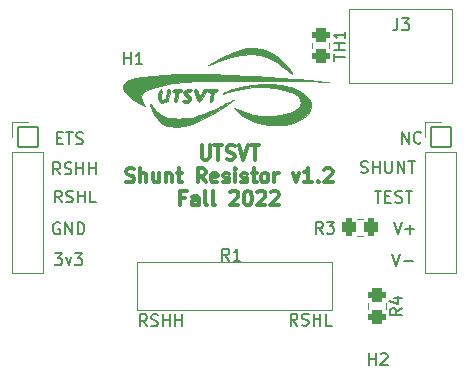
<source format=gto>
G04 #@! TF.GenerationSoftware,KiCad,Pcbnew,(6.0.4)*
G04 #@! TF.CreationDate,2023-02-04T14:28:24-06:00*
G04 #@! TF.ProjectId,BPS-ShuntResistor,4250532d-5368-4756-9e74-526573697374,rev?*
G04 #@! TF.SameCoordinates,Original*
G04 #@! TF.FileFunction,Legend,Top*
G04 #@! TF.FilePolarity,Positive*
%FSLAX46Y46*%
G04 Gerber Fmt 4.6, Leading zero omitted, Abs format (unit mm)*
G04 Created by KiCad (PCBNEW (6.0.4)) date 2023-02-04 14:28:24*
%MOMM*%
%LPD*%
G01*
G04 APERTURE LIST*
G04 Aperture macros list*
%AMRoundRect*
0 Rectangle with rounded corners*
0 $1 Rounding radius*
0 $2 $3 $4 $5 $6 $7 $8 $9 X,Y pos of 4 corners*
0 Add a 4 corners polygon primitive as box body*
4,1,4,$2,$3,$4,$5,$6,$7,$8,$9,$2,$3,0*
0 Add four circle primitives for the rounded corners*
1,1,$1+$1,$2,$3*
1,1,$1+$1,$4,$5*
1,1,$1+$1,$6,$7*
1,1,$1+$1,$8,$9*
0 Add four rect primitives between the rounded corners*
20,1,$1+$1,$2,$3,$4,$5,0*
20,1,$1+$1,$4,$5,$6,$7,0*
20,1,$1+$1,$6,$7,$8,$9,0*
20,1,$1+$1,$8,$9,$2,$3,0*%
G04 Aperture macros list end*
%ADD10C,0.200000*%
%ADD11C,0.300000*%
%ADD12C,0.150000*%
%ADD13C,0.120000*%
%ADD14C,0.010000*%
%ADD15RoundRect,0.050000X-0.850000X-0.850000X0.850000X-0.850000X0.850000X0.850000X-0.850000X0.850000X0*%
%ADD16O,1.800000X1.800000*%
%ADD17RoundRect,0.300000X0.262500X0.450000X-0.262500X0.450000X-0.262500X-0.450000X0.262500X-0.450000X0*%
%ADD18C,2.800000*%
%ADD19RoundRect,0.300000X-0.450000X0.262500X-0.450000X-0.262500X0.450000X-0.262500X0.450000X0.262500X0*%
%ADD20C,2.128000*%
%ADD21C,2.400000*%
G04 APERTURE END LIST*
D10*
X140364761Y-123357380D02*
X140031428Y-122881190D01*
X139793333Y-123357380D02*
X139793333Y-122357380D01*
X140174285Y-122357380D01*
X140269523Y-122405000D01*
X140317142Y-122452619D01*
X140364761Y-122547857D01*
X140364761Y-122690714D01*
X140317142Y-122785952D01*
X140269523Y-122833571D01*
X140174285Y-122881190D01*
X139793333Y-122881190D01*
X140745714Y-123309761D02*
X140888571Y-123357380D01*
X141126666Y-123357380D01*
X141221904Y-123309761D01*
X141269523Y-123262142D01*
X141317142Y-123166904D01*
X141317142Y-123071666D01*
X141269523Y-122976428D01*
X141221904Y-122928809D01*
X141126666Y-122881190D01*
X140936190Y-122833571D01*
X140840952Y-122785952D01*
X140793333Y-122738333D01*
X140745714Y-122643095D01*
X140745714Y-122547857D01*
X140793333Y-122452619D01*
X140840952Y-122405000D01*
X140936190Y-122357380D01*
X141174285Y-122357380D01*
X141317142Y-122405000D01*
X141745714Y-123357380D02*
X141745714Y-122357380D01*
X141745714Y-122833571D02*
X142317142Y-122833571D01*
X142317142Y-123357380D02*
X142317142Y-122357380D01*
X143269523Y-123357380D02*
X142793333Y-123357380D01*
X142793333Y-122357380D01*
X119809523Y-117257380D02*
X120428571Y-117257380D01*
X120095238Y-117638333D01*
X120238095Y-117638333D01*
X120333333Y-117685952D01*
X120380952Y-117733571D01*
X120428571Y-117828809D01*
X120428571Y-118066904D01*
X120380952Y-118162142D01*
X120333333Y-118209761D01*
X120238095Y-118257380D01*
X119952380Y-118257380D01*
X119857142Y-118209761D01*
X119809523Y-118162142D01*
X120761904Y-117590714D02*
X121000000Y-118257380D01*
X121238095Y-117590714D01*
X121523809Y-117257380D02*
X122142857Y-117257380D01*
X121809523Y-117638333D01*
X121952380Y-117638333D01*
X122047619Y-117685952D01*
X122095238Y-117733571D01*
X122142857Y-117828809D01*
X122142857Y-118066904D01*
X122095238Y-118162142D01*
X122047619Y-118209761D01*
X121952380Y-118257380D01*
X121666666Y-118257380D01*
X121571428Y-118209761D01*
X121523809Y-118162142D01*
X145751904Y-110394761D02*
X145894761Y-110442380D01*
X146132857Y-110442380D01*
X146228095Y-110394761D01*
X146275714Y-110347142D01*
X146323333Y-110251904D01*
X146323333Y-110156666D01*
X146275714Y-110061428D01*
X146228095Y-110013809D01*
X146132857Y-109966190D01*
X145942380Y-109918571D01*
X145847142Y-109870952D01*
X145799523Y-109823333D01*
X145751904Y-109728095D01*
X145751904Y-109632857D01*
X145799523Y-109537619D01*
X145847142Y-109490000D01*
X145942380Y-109442380D01*
X146180476Y-109442380D01*
X146323333Y-109490000D01*
X146751904Y-110442380D02*
X146751904Y-109442380D01*
X146751904Y-109918571D02*
X147323333Y-109918571D01*
X147323333Y-110442380D02*
X147323333Y-109442380D01*
X147799523Y-109442380D02*
X147799523Y-110251904D01*
X147847142Y-110347142D01*
X147894761Y-110394761D01*
X147990000Y-110442380D01*
X148180476Y-110442380D01*
X148275714Y-110394761D01*
X148323333Y-110347142D01*
X148370952Y-110251904D01*
X148370952Y-109442380D01*
X148847142Y-110442380D02*
X148847142Y-109442380D01*
X149418571Y-110442380D01*
X149418571Y-109442380D01*
X149751904Y-109442380D02*
X150323333Y-109442380D01*
X150037619Y-110442380D02*
X150037619Y-109442380D01*
X120008571Y-107478571D02*
X120341904Y-107478571D01*
X120484761Y-108002380D02*
X120008571Y-108002380D01*
X120008571Y-107002380D01*
X120484761Y-107002380D01*
X120770476Y-107002380D02*
X121341904Y-107002380D01*
X121056190Y-108002380D02*
X121056190Y-107002380D01*
X121627619Y-107954761D02*
X121770476Y-108002380D01*
X122008571Y-108002380D01*
X122103809Y-107954761D01*
X122151428Y-107907142D01*
X122199047Y-107811904D01*
X122199047Y-107716666D01*
X122151428Y-107621428D01*
X122103809Y-107573809D01*
X122008571Y-107526190D01*
X121818095Y-107478571D01*
X121722857Y-107430952D01*
X121675238Y-107383333D01*
X121627619Y-107288095D01*
X121627619Y-107192857D01*
X121675238Y-107097619D01*
X121722857Y-107050000D01*
X121818095Y-107002380D01*
X122056190Y-107002380D01*
X122199047Y-107050000D01*
X120404761Y-112932380D02*
X120071428Y-112456190D01*
X119833333Y-112932380D02*
X119833333Y-111932380D01*
X120214285Y-111932380D01*
X120309523Y-111980000D01*
X120357142Y-112027619D01*
X120404761Y-112122857D01*
X120404761Y-112265714D01*
X120357142Y-112360952D01*
X120309523Y-112408571D01*
X120214285Y-112456190D01*
X119833333Y-112456190D01*
X120785714Y-112884761D02*
X120928571Y-112932380D01*
X121166666Y-112932380D01*
X121261904Y-112884761D01*
X121309523Y-112837142D01*
X121357142Y-112741904D01*
X121357142Y-112646666D01*
X121309523Y-112551428D01*
X121261904Y-112503809D01*
X121166666Y-112456190D01*
X120976190Y-112408571D01*
X120880952Y-112360952D01*
X120833333Y-112313333D01*
X120785714Y-112218095D01*
X120785714Y-112122857D01*
X120833333Y-112027619D01*
X120880952Y-111980000D01*
X120976190Y-111932380D01*
X121214285Y-111932380D01*
X121357142Y-111980000D01*
X121785714Y-112932380D02*
X121785714Y-111932380D01*
X121785714Y-112408571D02*
X122357142Y-112408571D01*
X122357142Y-112932380D02*
X122357142Y-111932380D01*
X123309523Y-112932380D02*
X122833333Y-112932380D01*
X122833333Y-111932380D01*
X146904761Y-111952380D02*
X147476190Y-111952380D01*
X147190476Y-112952380D02*
X147190476Y-111952380D01*
X147809523Y-112428571D02*
X148142857Y-112428571D01*
X148285714Y-112952380D02*
X147809523Y-112952380D01*
X147809523Y-111952380D01*
X148285714Y-111952380D01*
X148666666Y-112904761D02*
X148809523Y-112952380D01*
X149047619Y-112952380D01*
X149142857Y-112904761D01*
X149190476Y-112857142D01*
X149238095Y-112761904D01*
X149238095Y-112666666D01*
X149190476Y-112571428D01*
X149142857Y-112523809D01*
X149047619Y-112476190D01*
X148857142Y-112428571D01*
X148761904Y-112380952D01*
X148714285Y-112333333D01*
X148666666Y-112238095D01*
X148666666Y-112142857D01*
X148714285Y-112047619D01*
X148761904Y-112000000D01*
X148857142Y-111952380D01*
X149095238Y-111952380D01*
X149238095Y-112000000D01*
X149523809Y-111952380D02*
X150095238Y-111952380D01*
X149809523Y-112952380D02*
X149809523Y-111952380D01*
X149214285Y-107952380D02*
X149214285Y-106952380D01*
X149785714Y-107952380D01*
X149785714Y-106952380D01*
X150833333Y-107857142D02*
X150785714Y-107904761D01*
X150642857Y-107952380D01*
X150547619Y-107952380D01*
X150404761Y-107904761D01*
X150309523Y-107809523D01*
X150261904Y-107714285D01*
X150214285Y-107523809D01*
X150214285Y-107380952D01*
X150261904Y-107190476D01*
X150309523Y-107095238D01*
X150404761Y-107000000D01*
X150547619Y-106952380D01*
X150642857Y-106952380D01*
X150785714Y-107000000D01*
X150833333Y-107047619D01*
X120238095Y-114680000D02*
X120142857Y-114632380D01*
X120000000Y-114632380D01*
X119857142Y-114680000D01*
X119761904Y-114775238D01*
X119714285Y-114870476D01*
X119666666Y-115060952D01*
X119666666Y-115203809D01*
X119714285Y-115394285D01*
X119761904Y-115489523D01*
X119857142Y-115584761D01*
X120000000Y-115632380D01*
X120095238Y-115632380D01*
X120238095Y-115584761D01*
X120285714Y-115537142D01*
X120285714Y-115203809D01*
X120095238Y-115203809D01*
X120714285Y-115632380D02*
X120714285Y-114632380D01*
X121285714Y-115632380D01*
X121285714Y-114632380D01*
X121761904Y-115632380D02*
X121761904Y-114632380D01*
X122000000Y-114632380D01*
X122142857Y-114680000D01*
X122238095Y-114775238D01*
X122285714Y-114870476D01*
X122333333Y-115060952D01*
X122333333Y-115203809D01*
X122285714Y-115394285D01*
X122238095Y-115489523D01*
X122142857Y-115584761D01*
X122000000Y-115632380D01*
X121761904Y-115632380D01*
X127620714Y-123407380D02*
X127287380Y-122931190D01*
X127049285Y-123407380D02*
X127049285Y-122407380D01*
X127430238Y-122407380D01*
X127525476Y-122455000D01*
X127573095Y-122502619D01*
X127620714Y-122597857D01*
X127620714Y-122740714D01*
X127573095Y-122835952D01*
X127525476Y-122883571D01*
X127430238Y-122931190D01*
X127049285Y-122931190D01*
X128001666Y-123359761D02*
X128144523Y-123407380D01*
X128382619Y-123407380D01*
X128477857Y-123359761D01*
X128525476Y-123312142D01*
X128573095Y-123216904D01*
X128573095Y-123121666D01*
X128525476Y-123026428D01*
X128477857Y-122978809D01*
X128382619Y-122931190D01*
X128192142Y-122883571D01*
X128096904Y-122835952D01*
X128049285Y-122788333D01*
X128001666Y-122693095D01*
X128001666Y-122597857D01*
X128049285Y-122502619D01*
X128096904Y-122455000D01*
X128192142Y-122407380D01*
X128430238Y-122407380D01*
X128573095Y-122455000D01*
X129001666Y-123407380D02*
X129001666Y-122407380D01*
X129001666Y-122883571D02*
X129573095Y-122883571D01*
X129573095Y-123407380D02*
X129573095Y-122407380D01*
X130049285Y-123407380D02*
X130049285Y-122407380D01*
X130049285Y-122883571D02*
X130620714Y-122883571D01*
X130620714Y-123407380D02*
X130620714Y-122407380D01*
D11*
X132257142Y-108110857D02*
X132257142Y-109082285D01*
X132314285Y-109196571D01*
X132371428Y-109253714D01*
X132485714Y-109310857D01*
X132714285Y-109310857D01*
X132828571Y-109253714D01*
X132885714Y-109196571D01*
X132942857Y-109082285D01*
X132942857Y-108110857D01*
X133342857Y-108110857D02*
X134028571Y-108110857D01*
X133685714Y-109310857D02*
X133685714Y-108110857D01*
X134371428Y-109253714D02*
X134542857Y-109310857D01*
X134828571Y-109310857D01*
X134942857Y-109253714D01*
X135000000Y-109196571D01*
X135057142Y-109082285D01*
X135057142Y-108968000D01*
X135000000Y-108853714D01*
X134942857Y-108796571D01*
X134828571Y-108739428D01*
X134600000Y-108682285D01*
X134485714Y-108625142D01*
X134428571Y-108568000D01*
X134371428Y-108453714D01*
X134371428Y-108339428D01*
X134428571Y-108225142D01*
X134485714Y-108168000D01*
X134600000Y-108110857D01*
X134885714Y-108110857D01*
X135057142Y-108168000D01*
X135400000Y-108110857D02*
X135800000Y-109310857D01*
X136200000Y-108110857D01*
X136428571Y-108110857D02*
X137114285Y-108110857D01*
X136771428Y-109310857D02*
X136771428Y-108110857D01*
X125857142Y-111185714D02*
X126028571Y-111242857D01*
X126314285Y-111242857D01*
X126428571Y-111185714D01*
X126485714Y-111128571D01*
X126542857Y-111014285D01*
X126542857Y-110900000D01*
X126485714Y-110785714D01*
X126428571Y-110728571D01*
X126314285Y-110671428D01*
X126085714Y-110614285D01*
X125971428Y-110557142D01*
X125914285Y-110500000D01*
X125857142Y-110385714D01*
X125857142Y-110271428D01*
X125914285Y-110157142D01*
X125971428Y-110100000D01*
X126085714Y-110042857D01*
X126371428Y-110042857D01*
X126542857Y-110100000D01*
X127057142Y-111242857D02*
X127057142Y-110042857D01*
X127571428Y-111242857D02*
X127571428Y-110614285D01*
X127514285Y-110500000D01*
X127400000Y-110442857D01*
X127228571Y-110442857D01*
X127114285Y-110500000D01*
X127057142Y-110557142D01*
X128657142Y-110442857D02*
X128657142Y-111242857D01*
X128142857Y-110442857D02*
X128142857Y-111071428D01*
X128200000Y-111185714D01*
X128314285Y-111242857D01*
X128485714Y-111242857D01*
X128600000Y-111185714D01*
X128657142Y-111128571D01*
X129228571Y-110442857D02*
X129228571Y-111242857D01*
X129228571Y-110557142D02*
X129285714Y-110500000D01*
X129400000Y-110442857D01*
X129571428Y-110442857D01*
X129685714Y-110500000D01*
X129742857Y-110614285D01*
X129742857Y-111242857D01*
X130142857Y-110442857D02*
X130600000Y-110442857D01*
X130314285Y-110042857D02*
X130314285Y-111071428D01*
X130371428Y-111185714D01*
X130485714Y-111242857D01*
X130600000Y-111242857D01*
X132600000Y-111242857D02*
X132200000Y-110671428D01*
X131914285Y-111242857D02*
X131914285Y-110042857D01*
X132371428Y-110042857D01*
X132485714Y-110100000D01*
X132542857Y-110157142D01*
X132600000Y-110271428D01*
X132600000Y-110442857D01*
X132542857Y-110557142D01*
X132485714Y-110614285D01*
X132371428Y-110671428D01*
X131914285Y-110671428D01*
X133571428Y-111185714D02*
X133457142Y-111242857D01*
X133228571Y-111242857D01*
X133114285Y-111185714D01*
X133057142Y-111071428D01*
X133057142Y-110614285D01*
X133114285Y-110500000D01*
X133228571Y-110442857D01*
X133457142Y-110442857D01*
X133571428Y-110500000D01*
X133628571Y-110614285D01*
X133628571Y-110728571D01*
X133057142Y-110842857D01*
X134085714Y-111185714D02*
X134200000Y-111242857D01*
X134428571Y-111242857D01*
X134542857Y-111185714D01*
X134600000Y-111071428D01*
X134600000Y-111014285D01*
X134542857Y-110900000D01*
X134428571Y-110842857D01*
X134257142Y-110842857D01*
X134142857Y-110785714D01*
X134085714Y-110671428D01*
X134085714Y-110614285D01*
X134142857Y-110500000D01*
X134257142Y-110442857D01*
X134428571Y-110442857D01*
X134542857Y-110500000D01*
X135114285Y-111242857D02*
X135114285Y-110442857D01*
X135114285Y-110042857D02*
X135057142Y-110100000D01*
X135114285Y-110157142D01*
X135171428Y-110100000D01*
X135114285Y-110042857D01*
X135114285Y-110157142D01*
X135628571Y-111185714D02*
X135742857Y-111242857D01*
X135971428Y-111242857D01*
X136085714Y-111185714D01*
X136142857Y-111071428D01*
X136142857Y-111014285D01*
X136085714Y-110900000D01*
X135971428Y-110842857D01*
X135800000Y-110842857D01*
X135685714Y-110785714D01*
X135628571Y-110671428D01*
X135628571Y-110614285D01*
X135685714Y-110500000D01*
X135800000Y-110442857D01*
X135971428Y-110442857D01*
X136085714Y-110500000D01*
X136485714Y-110442857D02*
X136942857Y-110442857D01*
X136657142Y-110042857D02*
X136657142Y-111071428D01*
X136714285Y-111185714D01*
X136828571Y-111242857D01*
X136942857Y-111242857D01*
X137514285Y-111242857D02*
X137400000Y-111185714D01*
X137342857Y-111128571D01*
X137285714Y-111014285D01*
X137285714Y-110671428D01*
X137342857Y-110557142D01*
X137400000Y-110500000D01*
X137514285Y-110442857D01*
X137685714Y-110442857D01*
X137800000Y-110500000D01*
X137857142Y-110557142D01*
X137914285Y-110671428D01*
X137914285Y-111014285D01*
X137857142Y-111128571D01*
X137800000Y-111185714D01*
X137685714Y-111242857D01*
X137514285Y-111242857D01*
X138428571Y-111242857D02*
X138428571Y-110442857D01*
X138428571Y-110671428D02*
X138485714Y-110557142D01*
X138542857Y-110500000D01*
X138657142Y-110442857D01*
X138771428Y-110442857D01*
X139971428Y-110442857D02*
X140257142Y-111242857D01*
X140542857Y-110442857D01*
X141628571Y-111242857D02*
X140942857Y-111242857D01*
X141285714Y-111242857D02*
X141285714Y-110042857D01*
X141171428Y-110214285D01*
X141057142Y-110328571D01*
X140942857Y-110385714D01*
X142142857Y-111128571D02*
X142200000Y-111185714D01*
X142142857Y-111242857D01*
X142085714Y-111185714D01*
X142142857Y-111128571D01*
X142142857Y-111242857D01*
X142657142Y-110157142D02*
X142714285Y-110100000D01*
X142828571Y-110042857D01*
X143114285Y-110042857D01*
X143228571Y-110100000D01*
X143285714Y-110157142D01*
X143342857Y-110271428D01*
X143342857Y-110385714D01*
X143285714Y-110557142D01*
X142600000Y-111242857D01*
X143342857Y-111242857D01*
X130857142Y-112546285D02*
X130457142Y-112546285D01*
X130457142Y-113174857D02*
X130457142Y-111974857D01*
X131028571Y-111974857D01*
X132000000Y-113174857D02*
X132000000Y-112546285D01*
X131942857Y-112432000D01*
X131828571Y-112374857D01*
X131600000Y-112374857D01*
X131485714Y-112432000D01*
X132000000Y-113117714D02*
X131885714Y-113174857D01*
X131600000Y-113174857D01*
X131485714Y-113117714D01*
X131428571Y-113003428D01*
X131428571Y-112889142D01*
X131485714Y-112774857D01*
X131600000Y-112717714D01*
X131885714Y-112717714D01*
X132000000Y-112660571D01*
X132742857Y-113174857D02*
X132628571Y-113117714D01*
X132571428Y-113003428D01*
X132571428Y-111974857D01*
X133371428Y-113174857D02*
X133257142Y-113117714D01*
X133200000Y-113003428D01*
X133200000Y-111974857D01*
X134685714Y-112089142D02*
X134742857Y-112032000D01*
X134857142Y-111974857D01*
X135142857Y-111974857D01*
X135257142Y-112032000D01*
X135314285Y-112089142D01*
X135371428Y-112203428D01*
X135371428Y-112317714D01*
X135314285Y-112489142D01*
X134628571Y-113174857D01*
X135371428Y-113174857D01*
X136114285Y-111974857D02*
X136228571Y-111974857D01*
X136342857Y-112032000D01*
X136400000Y-112089142D01*
X136457142Y-112203428D01*
X136514285Y-112432000D01*
X136514285Y-112717714D01*
X136457142Y-112946285D01*
X136400000Y-113060571D01*
X136342857Y-113117714D01*
X136228571Y-113174857D01*
X136114285Y-113174857D01*
X136000000Y-113117714D01*
X135942857Y-113060571D01*
X135885714Y-112946285D01*
X135828571Y-112717714D01*
X135828571Y-112432000D01*
X135885714Y-112203428D01*
X135942857Y-112089142D01*
X136000000Y-112032000D01*
X136114285Y-111974857D01*
X136971428Y-112089142D02*
X137028571Y-112032000D01*
X137142857Y-111974857D01*
X137428571Y-111974857D01*
X137542857Y-112032000D01*
X137600000Y-112089142D01*
X137657142Y-112203428D01*
X137657142Y-112317714D01*
X137600000Y-112489142D01*
X136914285Y-113174857D01*
X137657142Y-113174857D01*
X138114285Y-112089142D02*
X138171428Y-112032000D01*
X138285714Y-111974857D01*
X138571428Y-111974857D01*
X138685714Y-112032000D01*
X138742857Y-112089142D01*
X138800000Y-112203428D01*
X138800000Y-112317714D01*
X138742857Y-112489142D01*
X138057142Y-113174857D01*
X138800000Y-113174857D01*
D10*
X148517619Y-114572380D02*
X148850952Y-115572380D01*
X149184285Y-114572380D01*
X149517619Y-115191428D02*
X150279523Y-115191428D01*
X149898571Y-115572380D02*
X149898571Y-114810476D01*
X148417619Y-117302380D02*
X148750952Y-118302380D01*
X149084285Y-117302380D01*
X149417619Y-117921428D02*
X150179523Y-117921428D01*
X120285714Y-110552380D02*
X119952380Y-110076190D01*
X119714285Y-110552380D02*
X119714285Y-109552380D01*
X120095238Y-109552380D01*
X120190476Y-109600000D01*
X120238095Y-109647619D01*
X120285714Y-109742857D01*
X120285714Y-109885714D01*
X120238095Y-109980952D01*
X120190476Y-110028571D01*
X120095238Y-110076190D01*
X119714285Y-110076190D01*
X120666666Y-110504761D02*
X120809523Y-110552380D01*
X121047619Y-110552380D01*
X121142857Y-110504761D01*
X121190476Y-110457142D01*
X121238095Y-110361904D01*
X121238095Y-110266666D01*
X121190476Y-110171428D01*
X121142857Y-110123809D01*
X121047619Y-110076190D01*
X120857142Y-110028571D01*
X120761904Y-109980952D01*
X120714285Y-109933333D01*
X120666666Y-109838095D01*
X120666666Y-109742857D01*
X120714285Y-109647619D01*
X120761904Y-109600000D01*
X120857142Y-109552380D01*
X121095238Y-109552380D01*
X121238095Y-109600000D01*
X121666666Y-110552380D02*
X121666666Y-109552380D01*
X121666666Y-110028571D02*
X122238095Y-110028571D01*
X122238095Y-110552380D02*
X122238095Y-109552380D01*
X122714285Y-110552380D02*
X122714285Y-109552380D01*
X122714285Y-110028571D02*
X123285714Y-110028571D01*
X123285714Y-110552380D02*
X123285714Y-109552380D01*
D12*
X142513333Y-115582380D02*
X142180000Y-115106190D01*
X141941904Y-115582380D02*
X141941904Y-114582380D01*
X142322857Y-114582380D01*
X142418095Y-114630000D01*
X142465714Y-114677619D01*
X142513333Y-114772857D01*
X142513333Y-114915714D01*
X142465714Y-115010952D01*
X142418095Y-115058571D01*
X142322857Y-115106190D01*
X141941904Y-115106190D01*
X142846666Y-114582380D02*
X143465714Y-114582380D01*
X143132380Y-114963333D01*
X143275238Y-114963333D01*
X143370476Y-115010952D01*
X143418095Y-115058571D01*
X143465714Y-115153809D01*
X143465714Y-115391904D01*
X143418095Y-115487142D01*
X143370476Y-115534761D01*
X143275238Y-115582380D01*
X142989523Y-115582380D01*
X142894285Y-115534761D01*
X142846666Y-115487142D01*
X146428095Y-126712380D02*
X146428095Y-125712380D01*
X146428095Y-126188571D02*
X146999523Y-126188571D01*
X146999523Y-126712380D02*
X146999523Y-125712380D01*
X147428095Y-125807619D02*
X147475714Y-125760000D01*
X147570952Y-125712380D01*
X147809047Y-125712380D01*
X147904285Y-125760000D01*
X147951904Y-125807619D01*
X147999523Y-125902857D01*
X147999523Y-125998095D01*
X147951904Y-126140952D01*
X147380476Y-126712380D01*
X147999523Y-126712380D01*
X143437380Y-100940714D02*
X143437380Y-100369285D01*
X144437380Y-100655000D02*
X143437380Y-100655000D01*
X144437380Y-100035952D02*
X143437380Y-100035952D01*
X143913571Y-100035952D02*
X143913571Y-99464523D01*
X144437380Y-99464523D02*
X143437380Y-99464523D01*
X144437380Y-98464523D02*
X144437380Y-99035952D01*
X144437380Y-98750238D02*
X143437380Y-98750238D01*
X143580238Y-98845476D01*
X143675476Y-98940714D01*
X143723095Y-99035952D01*
X125678095Y-101222380D02*
X125678095Y-100222380D01*
X125678095Y-100698571D02*
X126249523Y-100698571D01*
X126249523Y-101222380D02*
X126249523Y-100222380D01*
X127249523Y-101222380D02*
X126678095Y-101222380D01*
X126963809Y-101222380D02*
X126963809Y-100222380D01*
X126868571Y-100365238D01*
X126773333Y-100460476D01*
X126678095Y-100508095D01*
X149202380Y-121879166D02*
X148726190Y-122212500D01*
X149202380Y-122450595D02*
X148202380Y-122450595D01*
X148202380Y-122069642D01*
X148250000Y-121974404D01*
X148297619Y-121926785D01*
X148392857Y-121879166D01*
X148535714Y-121879166D01*
X148630952Y-121926785D01*
X148678571Y-121974404D01*
X148726190Y-122069642D01*
X148726190Y-122450595D01*
X148535714Y-121022023D02*
X149202380Y-121022023D01*
X148154761Y-121260119D02*
X148869047Y-121498214D01*
X148869047Y-120879166D01*
X148830666Y-97357380D02*
X148830666Y-98071666D01*
X148783047Y-98214523D01*
X148687809Y-98309761D01*
X148544952Y-98357380D01*
X148449714Y-98357380D01*
X149211619Y-97357380D02*
X149830666Y-97357380D01*
X149497333Y-97738333D01*
X149640190Y-97738333D01*
X149735428Y-97785952D01*
X149783047Y-97833571D01*
X149830666Y-97928809D01*
X149830666Y-98166904D01*
X149783047Y-98262142D01*
X149735428Y-98309761D01*
X149640190Y-98357380D01*
X149354476Y-98357380D01*
X149259238Y-98309761D01*
X149211619Y-98262142D01*
X134593333Y-117857380D02*
X134260000Y-117381190D01*
X134021904Y-117857380D02*
X134021904Y-116857380D01*
X134402857Y-116857380D01*
X134498095Y-116905000D01*
X134545714Y-116952619D01*
X134593333Y-117047857D01*
X134593333Y-117190714D01*
X134545714Y-117285952D01*
X134498095Y-117333571D01*
X134402857Y-117381190D01*
X134021904Y-117381190D01*
X135545714Y-117857380D02*
X134974285Y-117857380D01*
X135260000Y-117857380D02*
X135260000Y-116857380D01*
X135164761Y-117000238D01*
X135069523Y-117095476D01*
X134974285Y-117143095D01*
D13*
X116195000Y-108690000D02*
X118855000Y-108690000D01*
X116195000Y-108690000D02*
X116195000Y-118910000D01*
X116195000Y-106090000D02*
X117525000Y-106090000D01*
X118855000Y-108690000D02*
X118855000Y-118910000D01*
X116195000Y-118910000D02*
X118855000Y-118910000D01*
X116195000Y-107420000D02*
X116195000Y-106090000D01*
G36*
X130465273Y-103349453D02*
G01*
X130595298Y-103396525D01*
X130622388Y-103462857D01*
X130552104Y-103566366D01*
X130455970Y-103589857D01*
X130350249Y-103621032D01*
X130284050Y-103740533D01*
X130236888Y-103987322D01*
X130233396Y-104013191D01*
X130173920Y-104299032D01*
X130090236Y-104427067D01*
X130053202Y-104436524D01*
X129982307Y-104404555D01*
X129961147Y-104284075D01*
X129983990Y-104038223D01*
X129987388Y-104013191D01*
X130014004Y-103759058D01*
X129998235Y-103631364D01*
X129932980Y-103590933D01*
X129910666Y-103589857D01*
X129793397Y-103525501D01*
X129775721Y-103462857D01*
X129821040Y-103382992D01*
X129977948Y-103343984D01*
X130199054Y-103335857D01*
X130465273Y-103349453D01*
G37*
D14*
X130465273Y-103349453D02*
X130595298Y-103396525D01*
X130622388Y-103462857D01*
X130552104Y-103566366D01*
X130455970Y-103589857D01*
X130350249Y-103621032D01*
X130284050Y-103740533D01*
X130236888Y-103987322D01*
X130233396Y-104013191D01*
X130173920Y-104299032D01*
X130090236Y-104427067D01*
X130053202Y-104436524D01*
X129982307Y-104404555D01*
X129961147Y-104284075D01*
X129983990Y-104038223D01*
X129987388Y-104013191D01*
X130014004Y-103759058D01*
X129998235Y-103631364D01*
X129932980Y-103590933D01*
X129910666Y-103589857D01*
X129793397Y-103525501D01*
X129775721Y-103462857D01*
X129821040Y-103382992D01*
X129977948Y-103343984D01*
X130199054Y-103335857D01*
X130465273Y-103349453D01*
G36*
X133397054Y-103344028D02*
G01*
X133587598Y-103371081D01*
X133652029Y-103420830D01*
X133649645Y-103441691D01*
X133546943Y-103537704D01*
X133430922Y-103574579D01*
X133287418Y-103646673D01*
X133245898Y-103828579D01*
X133216567Y-104143444D01*
X133140127Y-104357149D01*
X133028486Y-104436520D01*
X133027629Y-104436524D01*
X132967267Y-104411477D01*
X132946013Y-104316275D01*
X132964091Y-104120830D01*
X133021727Y-103795050D01*
X133032829Y-103738024D01*
X133000598Y-103613599D01*
X132907517Y-103589857D01*
X132761412Y-103544672D01*
X132721338Y-103494374D01*
X132670223Y-103514384D01*
X132565199Y-103656133D01*
X132427956Y-103889841D01*
X132412984Y-103917708D01*
X132259372Y-104176663D01*
X132119322Y-104362617D01*
X132022434Y-104436450D01*
X132020430Y-104436524D01*
X131930884Y-104359772D01*
X131830482Y-104155153D01*
X131771395Y-103978993D01*
X131682713Y-103656708D01*
X131647414Y-103463359D01*
X131665121Y-103367306D01*
X131735460Y-103336911D01*
X131763774Y-103335857D01*
X131870696Y-103408800D01*
X131940179Y-103568691D01*
X132006975Y-103838855D01*
X132066151Y-103949893D01*
X132137534Y-103909771D01*
X132240951Y-103726456D01*
X132256221Y-103695691D01*
X132433748Y-103335857D01*
X133059123Y-103335857D01*
X133397054Y-103344028D01*
G37*
X133397054Y-103344028D02*
X133587598Y-103371081D01*
X133652029Y-103420830D01*
X133649645Y-103441691D01*
X133546943Y-103537704D01*
X133430922Y-103574579D01*
X133287418Y-103646673D01*
X133245898Y-103828579D01*
X133216567Y-104143444D01*
X133140127Y-104357149D01*
X133028486Y-104436520D01*
X133027629Y-104436524D01*
X132967267Y-104411477D01*
X132946013Y-104316275D01*
X132964091Y-104120830D01*
X133021727Y-103795050D01*
X133032829Y-103738024D01*
X133000598Y-103613599D01*
X132907517Y-103589857D01*
X132761412Y-103544672D01*
X132721338Y-103494374D01*
X132670223Y-103514384D01*
X132565199Y-103656133D01*
X132427956Y-103889841D01*
X132412984Y-103917708D01*
X132259372Y-104176663D01*
X132119322Y-104362617D01*
X132022434Y-104436450D01*
X132020430Y-104436524D01*
X131930884Y-104359772D01*
X131830482Y-104155153D01*
X131771395Y-103978993D01*
X131682713Y-103656708D01*
X131647414Y-103463359D01*
X131665121Y-103367306D01*
X131735460Y-103336911D01*
X131763774Y-103335857D01*
X131870696Y-103408800D01*
X131940179Y-103568691D01*
X132006975Y-103838855D01*
X132066151Y-103949893D01*
X132137534Y-103909771D01*
X132240951Y-103726456D01*
X132256221Y-103695691D01*
X132433748Y-103335857D01*
X133059123Y-103335857D01*
X133397054Y-103344028D01*
G36*
X129587671Y-103405172D02*
G01*
X129604368Y-103484024D01*
X129580610Y-103698651D01*
X129525460Y-103958328D01*
X129456162Y-104195980D01*
X129389961Y-104344533D01*
X129380136Y-104356218D01*
X129190063Y-104450858D01*
X128941385Y-104479534D01*
X128738554Y-104431789D01*
X128639913Y-104296442D01*
X128589455Y-104072669D01*
X128584401Y-103812668D01*
X128621973Y-103568639D01*
X128699389Y-103392780D01*
X128796912Y-103335857D01*
X128856580Y-103393966D01*
X128873764Y-103581950D01*
X128861427Y-103808866D01*
X128843228Y-104076646D01*
X128855319Y-104214305D01*
X128911737Y-104260272D01*
X129023794Y-104253366D01*
X129148047Y-104211140D01*
X129226275Y-104099619D01*
X129283852Y-103875470D01*
X129300795Y-103780357D01*
X129370449Y-103494012D01*
X129454819Y-103349547D01*
X129491295Y-103335857D01*
X129587671Y-103405172D01*
G37*
X129587671Y-103405172D02*
X129604368Y-103484024D01*
X129580610Y-103698651D01*
X129525460Y-103958328D01*
X129456162Y-104195980D01*
X129389961Y-104344533D01*
X129380136Y-104356218D01*
X129190063Y-104450858D01*
X128941385Y-104479534D01*
X128738554Y-104431789D01*
X128639913Y-104296442D01*
X128589455Y-104072669D01*
X128584401Y-103812668D01*
X128621973Y-103568639D01*
X128699389Y-103392780D01*
X128796912Y-103335857D01*
X128856580Y-103393966D01*
X128873764Y-103581950D01*
X128861427Y-103808866D01*
X128843228Y-104076646D01*
X128855319Y-104214305D01*
X128911737Y-104260272D01*
X129023794Y-104253366D01*
X129148047Y-104211140D01*
X129226275Y-104099619D01*
X129283852Y-103875470D01*
X129300795Y-103780357D01*
X129370449Y-103494012D01*
X129454819Y-103349547D01*
X129491295Y-103335857D01*
X129587671Y-103405172D01*
G36*
X133012997Y-102091519D02*
G01*
X134627355Y-102145694D01*
X136395275Y-102231670D01*
X138315583Y-102349530D01*
X138581054Y-102367520D01*
X139234000Y-102413537D01*
X139924610Y-102464459D01*
X140602387Y-102516410D01*
X141216832Y-102565512D01*
X141717447Y-102607887D01*
X141756054Y-102611315D01*
X143026054Y-102724658D01*
X141121054Y-102670424D01*
X140304134Y-102650589D01*
X139418107Y-102635181D01*
X138482936Y-102624091D01*
X137518581Y-102617214D01*
X136545004Y-102614442D01*
X135582167Y-102615668D01*
X134650032Y-102620784D01*
X133768561Y-102629685D01*
X132957714Y-102642261D01*
X132237455Y-102658408D01*
X131627744Y-102678016D01*
X131148543Y-102700980D01*
X130834054Y-102725624D01*
X129859494Y-102845282D01*
X129046800Y-102978061D01*
X128388834Y-103126501D01*
X127878460Y-103293140D01*
X127508541Y-103480518D01*
X127271940Y-103691175D01*
X127161521Y-103927650D01*
X127151054Y-104036046D01*
X127200979Y-104278681D01*
X127321554Y-104522744D01*
X127326153Y-104529287D01*
X127424317Y-104681411D01*
X127434779Y-104749491D01*
X127344330Y-104730860D01*
X127139759Y-104622854D01*
X126812388Y-104425602D01*
X126383680Y-104135795D01*
X126019846Y-103841039D01*
X125747339Y-103565789D01*
X125592613Y-103334500D01*
X125573946Y-103280735D01*
X125588033Y-103021427D01*
X125767436Y-102793097D01*
X126110980Y-102595825D01*
X126617489Y-102429696D01*
X127285788Y-102294791D01*
X128114701Y-102191193D01*
X129103054Y-102118984D01*
X130249672Y-102078247D01*
X131553377Y-102069065D01*
X133012997Y-102091519D01*
G37*
X133012997Y-102091519D02*
X134627355Y-102145694D01*
X136395275Y-102231670D01*
X138315583Y-102349530D01*
X138581054Y-102367520D01*
X139234000Y-102413537D01*
X139924610Y-102464459D01*
X140602387Y-102516410D01*
X141216832Y-102565512D01*
X141717447Y-102607887D01*
X141756054Y-102611315D01*
X143026054Y-102724658D01*
X141121054Y-102670424D01*
X140304134Y-102650589D01*
X139418107Y-102635181D01*
X138482936Y-102624091D01*
X137518581Y-102617214D01*
X136545004Y-102614442D01*
X135582167Y-102615668D01*
X134650032Y-102620784D01*
X133768561Y-102629685D01*
X132957714Y-102642261D01*
X132237455Y-102658408D01*
X131627744Y-102678016D01*
X131148543Y-102700980D01*
X130834054Y-102725624D01*
X129859494Y-102845282D01*
X129046800Y-102978061D01*
X128388834Y-103126501D01*
X127878460Y-103293140D01*
X127508541Y-103480518D01*
X127271940Y-103691175D01*
X127161521Y-103927650D01*
X127151054Y-104036046D01*
X127200979Y-104278681D01*
X127321554Y-104522744D01*
X127326153Y-104529287D01*
X127424317Y-104681411D01*
X127434779Y-104749491D01*
X127344330Y-104730860D01*
X127139759Y-104622854D01*
X126812388Y-104425602D01*
X126383680Y-104135795D01*
X126019846Y-103841039D01*
X125747339Y-103565789D01*
X125592613Y-103334500D01*
X125573946Y-103280735D01*
X125588033Y-103021427D01*
X125767436Y-102793097D01*
X126110980Y-102595825D01*
X126617489Y-102429696D01*
X127285788Y-102294791D01*
X128114701Y-102191193D01*
X129103054Y-102118984D01*
X130249672Y-102078247D01*
X131553377Y-102069065D01*
X133012997Y-102091519D01*
G36*
X137284076Y-99952896D02*
G01*
X137591722Y-100035175D01*
X138218296Y-100309339D01*
X138822564Y-100729132D01*
X139371399Y-101271198D01*
X139410824Y-101317832D01*
X139623486Y-101583178D01*
X139793866Y-101815082D01*
X139901597Y-101983710D01*
X139926314Y-102059227D01*
X139917533Y-102060159D01*
X139846352Y-102006844D01*
X139677970Y-101869896D01*
X139444223Y-101675336D01*
X139358613Y-101603299D01*
X138646187Y-101074730D01*
X137928949Y-100694290D01*
X137192480Y-100460695D01*
X136422363Y-100372664D01*
X135604181Y-100428914D01*
X134723517Y-100628165D01*
X133765951Y-100969133D01*
X133499368Y-101082257D01*
X133130571Y-101237230D01*
X132905469Y-101318414D01*
X132817909Y-101330880D01*
X132861737Y-101279699D01*
X133030800Y-101169942D01*
X133318944Y-101006681D01*
X133720016Y-100794987D01*
X134051388Y-100627315D01*
X134830518Y-100270460D01*
X135516712Y-100029046D01*
X136136609Y-99898617D01*
X136716851Y-99874720D01*
X137284076Y-99952896D01*
G37*
X137284076Y-99952896D02*
X137591722Y-100035175D01*
X138218296Y-100309339D01*
X138822564Y-100729132D01*
X139371399Y-101271198D01*
X139410824Y-101317832D01*
X139623486Y-101583178D01*
X139793866Y-101815082D01*
X139901597Y-101983710D01*
X139926314Y-102059227D01*
X139917533Y-102060159D01*
X139846352Y-102006844D01*
X139677970Y-101869896D01*
X139444223Y-101675336D01*
X139358613Y-101603299D01*
X138646187Y-101074730D01*
X137928949Y-100694290D01*
X137192480Y-100460695D01*
X136422363Y-100372664D01*
X135604181Y-100428914D01*
X134723517Y-100628165D01*
X133765951Y-100969133D01*
X133499368Y-101082257D01*
X133130571Y-101237230D01*
X132905469Y-101318414D01*
X132817909Y-101330880D01*
X132861737Y-101279699D01*
X133030800Y-101169942D01*
X133318944Y-101006681D01*
X133720016Y-100794987D01*
X134051388Y-100627315D01*
X134830518Y-100270460D01*
X135516712Y-100029046D01*
X136136609Y-99898617D01*
X136716851Y-99874720D01*
X137284076Y-99952896D01*
G36*
X131426189Y-103379553D02*
G01*
X131447466Y-103441691D01*
X131345025Y-103524476D01*
X131215054Y-103547524D01*
X131032973Y-103587839D01*
X130998325Y-103684284D01*
X131116955Y-103800104D01*
X131170528Y-103827453D01*
X131344663Y-103975176D01*
X131369397Y-104164347D01*
X131242823Y-104353229D01*
X131196215Y-104389390D01*
X130985137Y-104503401D01*
X130813973Y-104495127D01*
X130717374Y-104444693D01*
X130636737Y-104343304D01*
X130691980Y-104263267D01*
X130850046Y-104237522D01*
X130916700Y-104246082D01*
X131084772Y-104236488D01*
X131130936Y-104151026D01*
X131051284Y-104035277D01*
X130940382Y-103969767D01*
X130764103Y-103820797D01*
X130721487Y-103620168D01*
X130795096Y-103458790D01*
X130923892Y-103380629D01*
X131110981Y-103340348D01*
X131297901Y-103339478D01*
X131426189Y-103379553D01*
G37*
X131426189Y-103379553D02*
X131447466Y-103441691D01*
X131345025Y-103524476D01*
X131215054Y-103547524D01*
X131032973Y-103587839D01*
X130998325Y-103684284D01*
X131116955Y-103800104D01*
X131170528Y-103827453D01*
X131344663Y-103975176D01*
X131369397Y-104164347D01*
X131242823Y-104353229D01*
X131196215Y-104389390D01*
X130985137Y-104503401D01*
X130813973Y-104495127D01*
X130717374Y-104444693D01*
X130636737Y-104343304D01*
X130691980Y-104263267D01*
X130850046Y-104237522D01*
X130916700Y-104246082D01*
X131084772Y-104236488D01*
X131130936Y-104151026D01*
X131051284Y-104035277D01*
X130940382Y-103969767D01*
X130764103Y-103820797D01*
X130721487Y-103620168D01*
X130795096Y-103458790D01*
X130923892Y-103380629D01*
X131110981Y-103340348D01*
X131297901Y-103339478D01*
X131426189Y-103379553D01*
G36*
X138235670Y-102930741D02*
G01*
X139002149Y-103012556D01*
X139673375Y-103156996D01*
X139808721Y-103198846D01*
X140445333Y-103455830D01*
X140940720Y-103753832D01*
X141290429Y-104084221D01*
X141490006Y-104438368D01*
X141534998Y-104807643D01*
X141420951Y-105183417D01*
X141143411Y-105557060D01*
X141065113Y-105633358D01*
X140605760Y-105955657D01*
X140023382Y-106197602D01*
X139347488Y-106352375D01*
X138607585Y-106413162D01*
X137852776Y-106375434D01*
X137460313Y-106311476D01*
X137054168Y-106216007D01*
X136782096Y-106130583D01*
X136413298Y-105966765D01*
X136011796Y-105747442D01*
X135628218Y-105504151D01*
X135313192Y-105268427D01*
X135152054Y-105115215D01*
X134982721Y-104921358D01*
X135236721Y-105050543D01*
X135891809Y-105313269D01*
X136635184Y-105493160D01*
X137424502Y-105588436D01*
X138217420Y-105597316D01*
X138971596Y-105518020D01*
X139644686Y-105348766D01*
X139901193Y-105246727D01*
X140327572Y-105003916D01*
X140589268Y-104744082D01*
X140689063Y-104475282D01*
X140629740Y-104205574D01*
X140414081Y-103943017D01*
X140044869Y-103695667D01*
X139524885Y-103471583D01*
X139258388Y-103385207D01*
X138442257Y-103211086D01*
X137539452Y-103138600D01*
X136597748Y-103166444D01*
X135664920Y-103293310D01*
X134823943Y-103506458D01*
X134491664Y-103609810D01*
X134226185Y-103685770D01*
X134064028Y-103724239D01*
X134031812Y-103725504D01*
X134074059Y-103671307D01*
X134247629Y-103584594D01*
X134520289Y-103476701D01*
X134859806Y-103358968D01*
X135233948Y-103242733D01*
X135610482Y-103139335D01*
X135875711Y-103076891D01*
X136621351Y-102961324D01*
X137425037Y-102913136D01*
X138235670Y-102930741D01*
G37*
X138235670Y-102930741D02*
X139002149Y-103012556D01*
X139673375Y-103156996D01*
X139808721Y-103198846D01*
X140445333Y-103455830D01*
X140940720Y-103753832D01*
X141290429Y-104084221D01*
X141490006Y-104438368D01*
X141534998Y-104807643D01*
X141420951Y-105183417D01*
X141143411Y-105557060D01*
X141065113Y-105633358D01*
X140605760Y-105955657D01*
X140023382Y-106197602D01*
X139347488Y-106352375D01*
X138607585Y-106413162D01*
X137852776Y-106375434D01*
X137460313Y-106311476D01*
X137054168Y-106216007D01*
X136782096Y-106130583D01*
X136413298Y-105966765D01*
X136011796Y-105747442D01*
X135628218Y-105504151D01*
X135313192Y-105268427D01*
X135152054Y-105115215D01*
X134982721Y-104921358D01*
X135236721Y-105050543D01*
X135891809Y-105313269D01*
X136635184Y-105493160D01*
X137424502Y-105588436D01*
X138217420Y-105597316D01*
X138971596Y-105518020D01*
X139644686Y-105348766D01*
X139901193Y-105246727D01*
X140327572Y-105003916D01*
X140589268Y-104744082D01*
X140689063Y-104475282D01*
X140629740Y-104205574D01*
X140414081Y-103943017D01*
X140044869Y-103695667D01*
X139524885Y-103471583D01*
X139258388Y-103385207D01*
X138442257Y-103211086D01*
X137539452Y-103138600D01*
X136597748Y-103166444D01*
X135664920Y-103293310D01*
X134823943Y-103506458D01*
X134491664Y-103609810D01*
X134226185Y-103685770D01*
X134064028Y-103724239D01*
X134031812Y-103725504D01*
X134074059Y-103671307D01*
X134247629Y-103584594D01*
X134520289Y-103476701D01*
X134859806Y-103358968D01*
X135233948Y-103242733D01*
X135610482Y-103139335D01*
X135875711Y-103076891D01*
X136621351Y-102961324D01*
X137425037Y-102913136D01*
X138235670Y-102930741D01*
G36*
X134957471Y-104295170D02*
G01*
X134774044Y-104429484D01*
X134503762Y-104613905D01*
X134175612Y-104829617D01*
X133818580Y-105057805D01*
X133461653Y-105279652D01*
X133133819Y-105476343D01*
X132896675Y-105611346D01*
X132149462Y-105978497D01*
X131420020Y-106256895D01*
X130732004Y-106441001D01*
X130109066Y-106525281D01*
X129574861Y-106504196D01*
X129329397Y-106446326D01*
X128845923Y-106200134D01*
X128444513Y-105808062D01*
X128158605Y-105336286D01*
X128043557Y-105069277D01*
X127960881Y-104833702D01*
X127914979Y-104654830D01*
X127910253Y-104557931D01*
X127951104Y-104568275D01*
X128041933Y-104711131D01*
X128053503Y-104732857D01*
X128386694Y-105196699D01*
X128835442Y-105570787D01*
X128971388Y-105650778D01*
X129144479Y-105732305D01*
X129329069Y-105785275D01*
X129566059Y-105815233D01*
X129896350Y-105827726D01*
X130283721Y-105828744D01*
X130745967Y-105820927D01*
X131101331Y-105796371D01*
X131412113Y-105745518D01*
X131740612Y-105658812D01*
X132061721Y-105555982D01*
X132454746Y-105410641D01*
X132936789Y-105210798D01*
X133447847Y-104982368D01*
X133927917Y-104751265D01*
X133945554Y-104742369D01*
X134329394Y-104550528D01*
X134653088Y-104392885D01*
X134889981Y-104282097D01*
X135013418Y-104230821D01*
X135025054Y-104229780D01*
X134957471Y-104295170D01*
G37*
X134957471Y-104295170D02*
X134774044Y-104429484D01*
X134503762Y-104613905D01*
X134175612Y-104829617D01*
X133818580Y-105057805D01*
X133461653Y-105279652D01*
X133133819Y-105476343D01*
X132896675Y-105611346D01*
X132149462Y-105978497D01*
X131420020Y-106256895D01*
X130732004Y-106441001D01*
X130109066Y-106525281D01*
X129574861Y-106504196D01*
X129329397Y-106446326D01*
X128845923Y-106200134D01*
X128444513Y-105808062D01*
X128158605Y-105336286D01*
X128043557Y-105069277D01*
X127960881Y-104833702D01*
X127914979Y-104654830D01*
X127910253Y-104557931D01*
X127951104Y-104568275D01*
X128041933Y-104711131D01*
X128053503Y-104732857D01*
X128386694Y-105196699D01*
X128835442Y-105570787D01*
X128971388Y-105650778D01*
X129144479Y-105732305D01*
X129329069Y-105785275D01*
X129566059Y-105815233D01*
X129896350Y-105827726D01*
X130283721Y-105828744D01*
X130745967Y-105820927D01*
X131101331Y-105796371D01*
X131412113Y-105745518D01*
X131740612Y-105658812D01*
X132061721Y-105555982D01*
X132454746Y-105410641D01*
X132936789Y-105210798D01*
X133447847Y-104982368D01*
X133927917Y-104751265D01*
X133945554Y-104742369D01*
X134329394Y-104550528D01*
X134653088Y-104392885D01*
X134889981Y-104282097D01*
X135013418Y-104230821D01*
X135025054Y-104229780D01*
X134957471Y-104295170D01*
D13*
X145907064Y-114295000D02*
X145452936Y-114295000D01*
X145907064Y-115765000D02*
X145452936Y-115765000D01*
X143070000Y-99427936D02*
X143070000Y-99882064D01*
X141600000Y-99427936D02*
X141600000Y-99882064D01*
X151170000Y-118915000D02*
X153830000Y-118915000D01*
X153830000Y-108695000D02*
X153830000Y-118915000D01*
X151170000Y-108695000D02*
X151170000Y-118915000D01*
X151170000Y-107425000D02*
X151170000Y-106095000D01*
X151170000Y-106095000D02*
X152500000Y-106095000D01*
X151170000Y-108695000D02*
X153830000Y-108695000D01*
X146365000Y-121485436D02*
X146365000Y-121939564D01*
X147835000Y-121485436D02*
X147835000Y-121939564D01*
X153460000Y-102578000D02*
X153460000Y-102828000D01*
X153460000Y-96578000D02*
X144710000Y-96578000D01*
X153435000Y-102828000D02*
X153460000Y-102828000D01*
X144710000Y-96578000D02*
X144710000Y-102828000D01*
X144710000Y-102828000D02*
X153460000Y-102828000D01*
X153460000Y-102628000D02*
X153460000Y-96578000D01*
X144710000Y-96790500D02*
X144710000Y-96615500D01*
X144985000Y-96578000D02*
X144710000Y-96578000D01*
X126760000Y-118005000D02*
X143260000Y-118005000D01*
X143260000Y-118005000D02*
X143260000Y-122005000D01*
X143260000Y-122005000D02*
X126760000Y-122005000D01*
X126760000Y-122005000D02*
X126760000Y-118005000D01*
%LPC*%
D15*
X117525000Y-107420000D03*
D16*
X117525000Y-109960000D03*
X117525000Y-112500000D03*
X117525000Y-115040000D03*
X117525000Y-117580000D03*
D17*
X146592500Y-115030000D03*
X144767500Y-115030000D03*
D18*
X151510000Y-126430000D03*
D19*
X142335000Y-98742500D03*
X142335000Y-100567500D03*
D15*
X152500000Y-107425000D03*
D16*
X152500000Y-109965000D03*
X152500000Y-112505000D03*
X152500000Y-115045000D03*
X152500000Y-117585000D03*
D18*
X122585000Y-102430000D03*
D19*
X147100000Y-120800000D03*
X147100000Y-122625000D03*
D20*
X146085000Y-101453000D03*
X152085000Y-101453000D03*
X152085000Y-97905000D03*
X146085000Y-97905000D03*
D21*
X128760000Y-120005000D03*
X141360000Y-120005000D03*
M02*

</source>
